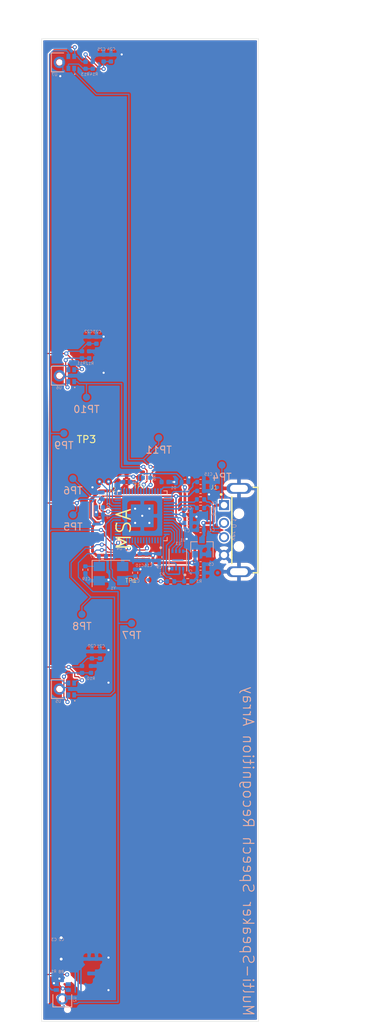
<source format=kicad_pcb>
(kicad_pcb (version 20211014) (generator pcbnew)
  (title_block (title "MSA") (rev "0.1") (comment 3 "Fork of: Mico, Electronut Labs") (comment 4 "Cayden Pierce"))
  (layers (0 "F.Cu" signal) (31 "B.Cu" signal) (34 "B.Paste" user) (35 "F.Paste" user) (36 "B.SilkS" user "B.Silkscreen") (37 "F.SilkS" user "F.Silkscreen") (38 "B.Mask" user) (39 "F.Mask" user) (44 "Edge.Cuts" user))
  (net 0 "")
  (net 1 "VBUS")
  (net 2 "GND")
  (net 3 "+3V3")
  (net 4 "+1V1")
  (net 5 "/XIN")
  (net 6 "Net-(C19-Pad2)")
  (net 7 "Net-(D1-Pad2)")
  (net 8 "/SWDCLK")
  (net 9 "/SWDIO")
  (net 10 "/USB_BOOT")
  (net 11 "/QSPI_SS")
  (net 12 "/RED_LED")
  (net 13 "/XOUT")
  (net 14 "/RP_RUN")
  (net 15 "/MIC_CLK")
  (net 16 "/QSPI_SD1")
  (net 17 "/QSPI_SD2")
  (net 18 "/QSPI_SD0")
  (net 19 "/QSPI_SCLK")
  (net 20 "/QSPI_SD3")
  (net 21 "/USB-D_N")
  (net 22 "/USB-D_P")
  (net 23 "/USB0-D_N")
  (net 24 "/USB0-D_P")
  (net 25 "/MIC_DOUT_0")
  (net 26 "Net-(U4-Pad41)")
  (net 27 "Net-(U4-Pad40)")
  (net 28 "Net-(U4-Pad39)")
  (net 29 "Net-(U4-Pad38)")
  (net 30 "Net-(U4-Pad35)")
  (net 31 "Net-(U4-Pad32)")
  (net 32 "Net-(U4-Pad31)")
  (net 33 "Net-(U4-Pad30)")
  (net 34 "Net-(U4-Pad29)")
  (net 35 "Net-(U4-Pad12)")
  (net 36 "Net-(U4-Pad11)")
  (net 37 "Net-(U4-Pad9)")
  (net 38 "/MIC_DOUT_3")
  (net 39 "/MIC_DOUT_2")
  (net 40 "/MIC_DOUT_1")
  (net 41 "Net-(U4-Pad3)")
  (net 42 "Net-(U4-Pad2)")
  (net 43 "Net-(U4-Pad28)")
  (net 44 "Net-(U4-Pad27)")
  (net 45 "Net-(U4-Pad18)")
  (net 46 "Net-(U4-Pad17)")
  (net 47 "Net-(U4-Pad16)")
  (net 48 "Net-(U4-Pad15)")
  (net 49 "Net-(R1-Pad2)")
  (net 50 "Net-(R10-Pad1)")
  (net 51 "Net-(R11-Pad2)")
  (net 52 "Net-(R13-Pad2)")
  (net 53 "Net-(U4-Pad8)")
  (net 54 "Net-(U4-Pad7)")
  (net 55 "Net-(U4-Pad5)")
  (net 56 "Net-(U4-Pad4)")
  (footprint "mico:SMD_1x04_P1.27mm" (layer "F.Cu") (at 128.2 105.2 -90)
    (fp_text reference "J2")
    (fp_text value "SWD Prog")
  )
  (footprint "mico:SMD_1x01_P1.27mm" (layer "F.Cu") (at 130.048 104.648 -90)
    (fp_text reference "TP2")
    (fp_text value "TestPoint")
  )
  (footprint "mico:SMD_1x02_P1.27mm" (layer "F.Cu") (at 130.4 119 90)
    (fp_text reference "TP1")
    (fp_text value "TestPoint_2Pole")
  )
  (footprint "mico:USB-A" (layer "F.Cu") (at 144 112 90)
    (fp_text reference "J1")
    (fp_text value "USB_A")
  )
  (footprint "mico:SMD_1x01_P1.27mm" (layer "F.Cu") (at 122.555 100.965)
    (fp_text reference "TP3")
    (fp_text value "TestPoint")
  )
  (footprint "mico:QFN40P700X700X90-57N" (layer "B.Cu") (at 130.4 110 90)
    (fp_text reference "U4")
    (fp_text value "RP2040")
  )
  (footprint "Package_TO_SOT_SMD:SOT-23" (layer "B.Cu") (at 138.8 114.4 90)
    (fp_text reference "U1")
    (fp_text value "MCP1702")
  )
  (footprint "Capacitor_SMD:C_0402_1005Metric" (layer "B.Cu") (at 138.6 116.8)
    (fp_text reference "C5")
    (fp_text value "10uF")
  )
  (footprint "Resistor_SMD:R_0402_1005Metric" (layer "B.Cu") (at 134.4 119.2 180)
    (fp_text reference "R2")
    (fp_text value "1K")
  )
  (footprint "Capacitor_SMD:C_0402_1005Metric" (layer "B.Cu") (at 136.8 109.9)
    (fp_text reference "C14")
    (fp_text value "0.1uF")
  )
  (footprint "Capacitor_SMD:C_0402_1005Metric" (layer "B.Cu") (at 131 115.8 -90)
    (fp_text reference "C16")
    (fp_text value "0.1uF")
  )
  (footprint "Capacitor_SMD:C_0402_1005Metric" (layer "B.Cu") (at 136.8 111)
    (fp_text reference "C7")
    (fp_text value "0.1uF")
  )
  (footprint "mico:PSON50P300X200X60-9N" (layer "B.Cu") (at 135.4 116.2 90)
    (fp_text reference "U3")
    (fp_text value "W25Q128JV")
  )
  (footprint "Crystal:Crystal_SMD_5032-4Pin_5.0x3.2mm" (layer "B.Cu") (at 126 118.11)
    (fp_text reference "Y1")
    (fp_text value "H130B-12.000-20-3050-EXT-TR")
  )
  (footprint "Capacitor_SMD:C_0402_1005Metric" (layer "B.Cu") (at 136.4 105.25)
    (fp_text reference "C13")
    (fp_text value "0.1uF")
  )
  (footprint "Capacitor_SMD:C_0402_1005Metric" (layer "B.Cu") (at 124.8 107.2 90)
    (fp_text reference "C8")
    (fp_text value "1uF")
  )
  (footprint "Capacitor_SMD:C_0402_1005Metric" (layer "B.Cu") (at 138.6 112 180)
    (fp_text reference "C1")
    (fp_text value "10uF")
  )
  (footprint "Capacitor_SMD:C_0402_1005Metric" (layer "B.Cu") (at 128.2 105.25 180)
    (fp_text reference "C12")
    (fp_text value "0.1uF")
  )
  (footprint "Resistor_SMD:R_0402_1005Metric" (layer "B.Cu") (at 124.8 115.697 180)
    (fp_text reference "R7")
    (fp_text value "1K")
  )
  (footprint "Capacitor_SMD:C_0402_1005Metric" (layer "B.Cu") (at 124.4 108.8 180)
    (fp_text reference "C11")
    (fp_text value "0.1uF")
  )
  (footprint "Capacitor_SMD:C_0402_1005Metric" (layer "B.Cu") (at 132.8 115.8 -90)
    (fp_text reference "C9")
    (fp_text value "1uF")
  )
  (footprint "Capacitor_SMD:C_0402_1005Metric" (layer "B.Cu") (at 138.6 106.5)
    (fp_text reference "C6")
    (fp_text value "0.1uF")
  )
  (footprint "Resistor_SMD:R_0402_1005Metric" (layer "B.Cu") (at 136.8 119.2 180)
    (fp_text reference "R3")
    (fp_text value "10K")
  )
  (footprint "Capacitor_SMD:C_0402_1005Metric" (layer "B.Cu") (at 130.048 115.8 -90)
    (fp_text reference "C10")
    (fp_text value "0.1uF")
  )
  (footprint "Capacitor_SMD:C_0402_1005Metric" (layer "B.Cu") (at 124.4 109.8 180)
    (fp_text reference "C17")
    (fp_text value "10uF")
  )
  (footprint "Resistor_SMD:R_0402_1005Metric" (layer "B.Cu") (at 131 104.648 180)
    (fp_text reference "R6")
    (fp_text value "470R")
  )
  (footprint "Capacitor_SMD:C_0402_1005Metric" (layer "B.Cu") (at 138.6 118)
    (fp_text reference "C4")
    (fp_text value "0.1uF")
  )
  (footprint "Fiducial:Fiducial_0.5mm_Mask1mm" (layer "B.Cu") (at 140.97 106)
    (fp_text reference "FID2")
    (fp_text value "Fiducial")
  )
  (footprint "Fiducial:Fiducial_0.5mm_Mask1mm" (layer "B.Cu") (at 131.2 119)
    (fp_text reference "FID3")
    (fp_text value "Fiducial")
  )
  (footprint "Fiducial:Fiducial_0.5mm_Mask1mm" (layer "B.Cu") (at 141 118)
    (fp_text reference "FID1")
    (fp_text value "Fiducial")
  )
  (footprint "Capacitor_SMD:C_0402_1005Metric" (layer "B.Cu") (at 129.4 118 -90)
    (fp_text reference "C18")
    (fp_text value "27pF")
  )
  (footprint "Capacitor_SMD:C_0402_1005Metric" (layer "B.Cu") (at 122.4 117.574 90)
    (fp_text reference "C19")
    (fp_text value "27pF")
  )
  (footprint "LED_SMD:LED_0402_1005Metric" (layer "B.Cu") (at 133.6 105.25 180)
    (fp_text reference "D1")
    (fp_text value "APA3010SECK")
  )
  (footprint "Resistor_SMD:R_0402_1005Metric" (layer "B.Cu") (at 138.6 107.7)
    (fp_text reference "R5")
    (fp_text value "27R")
  )
  (footprint "Resistor_SMD:R_0402_1005Metric" (layer "B.Cu") (at 138.6 108.9)
    (fp_text reference "R4")
    (fp_text value "27R")
  )
  (footprint "Capacitor_SMD:C_0402_1005Metric" (layer "B.Cu") (at 138.6 105.25)
    (fp_text reference "C15")
    (fp_text value "0.1uF")
  )
  (footprint "Capacitor_SMD:C_0402_1005Metric" (layer "B.Cu") (at 119 170.703 -90)
    (fp_text reference "C2")
    (fp_text value "0.1uF")
  )
  (footprint "Capacitor_SMD:C_0402_1005Metric" (layer "B.Cu") (at 117.984 170.703 -90)
    (fp_text reference "C3")
    (fp_text value "1uF")
  )
  (footprint "Capacitor_SMD:C_0402_1005Metric" (layer "B.Cu") (at 123.317 129.54 -90)
    (fp_text reference "C20")
    (fp_text value "0.1uF")
  )
  (footprint "Capacitor_SMD:C_0402_1005Metric" (layer "B.Cu") (at 124.46 129.54 -90)
    (fp_text reference "C21")
    (fp_text value "1uF")
  )
  (footprint "Capacitor_SMD:C_0402_1005Metric" (layer "B.Cu") (at 122.936 85.344 -90)
    (fp_text reference "C22")
    (fp_text value "0.1uF")
  )
  (footprint "Capacitor_SMD:C_0402_1005Metric" (layer "B.Cu") (at 123.952 85.344 -90)
    (fp_text reference "C23")
    (fp_text value "1uF")
  )
  (footprint "Capacitor_SMD:C_0402_1005Metric" (layer "B.Cu") (at 125.984 45.72 -90)
    (fp_text reference "C24")
    (fp_text value "0.1uF")
  )
  (footprint "Capacitor_SMD:C_0402_1005Metric" (layer "B.Cu") (at 124.968 45.72 -90)
    (fp_text reference "C25")
    (fp_text value "1uF")
  )
  (footprint "Resistor_SMD:R_0402_1005Metric" (layer "B.Cu") (at 117.984 172.735 -90)
    (fp_text reference "R1")
    (fp_text value "10K")
  )
  (footprint "Resistor_SMD:R_0402_1005Metric" (layer "B.Cu") (at 119 172.735 90)
    (fp_text reference "R8")
    (fp_text value "10K")
  )
  (footprint "Resistor_SMD:R_0402_1005Metric" (layer "B.Cu") (at 121.92 131.572 -90)
    (fp_text reference "R9")
    (fp_text value "10K")
  )
  (footprint "Resistor_SMD:R_0402_1005Metric" (layer "B.Cu") (at 123.19 131.572 90)
    (fp_text reference "R10")
    (fp_text value "10K")
  )
  (footprint "Resistor_SMD:R_0402_1005Metric" (layer "B.Cu") (at 121.92 87.376 -90)
    (fp_text reference "R11")
    (fp_text value "10K")
  )
  (footprint "Resistor_SMD:R_0402_1005Metric" (layer "B.Cu") (at 122.936 87.376 90)
    (fp_text reference "R12")
    (fp_text value "10K")
  )
  (footprint "Resistor_SMD:R_0402_1005Metric" (layer "B.Cu") (at 123.444 46.736 90)
    (fp_text reference "R14")
    (fp_text value "10K")
  )
  (footprint "mico:MIC_SPH0641LU4H-1" (layer "B.Cu") (at 119.1545 177.84 180)
    (fp_text reference "U2")
    (fp_text value "MP23DB01HPTR")
  )
  (footprint "mico:MIC_SPH0641LU4H-1" (layer "B.Cu") (at 118.75 134.325 90)
    (fp_text reference "U5")
    (fp_text value "MP23DB01HPTR")
  )
  (footprint "mico:MIC_SPH0641LU4H-1" (layer "B.Cu") (at 118.75 90.325 90)
    (fp_text reference "U6")
    (fp_text value "MP23DB01HPTR")
  )
  (footprint "mico:MIC_SPH0641LU4H-1" (layer "B.Cu") (at 118.75 46.325 90)
    (fp_text reference "U7")
    (fp_text value "MP23DB01HPTR")
  )
  (footprint "Resistor_SMD:R_0402_1005Metric" (layer "B.Cu") (at 122.428 46.736 -90)
    (fp_text reference "R13")
    (fp_text value "10K")
  )
  (footprint "mico:SMD_1x01_P1.27mm" (layer "B.Cu") (at 141.605 102.87)
    (fp_text reference "TP4")
    (fp_text value "TestPoint")
  )
  (footprint "mico:SMD_1x01_P1.27mm" (layer "B.Cu") (at 120.65 109.855)
    (fp_text reference "TP5")
    (fp_text value "TestPoint")
  )
  (footprint "mico:SMD_1x01_P1.27mm" (layer "B.Cu") (at 120.65 104.775)
    (fp_text reference "TP6")
    (fp_text value "TestPoint")
  )
  (footprint "mico:SMD_1x01_P1.27mm" (layer "B.Cu") (at 128.905 125.095)
    (fp_text reference "TP7")
    (fp_text value "TestPoint")
  )
  (footprint "mico:SMD_1x01_P1.27mm" (layer "B.Cu") (at 121.92 123.825)
    (fp_text reference "TP8")
    (fp_text value "TestPoint")
  )
  (footprint "mico:SMD_1x01_P1.27mm" (layer "B.Cu") (at 119.38 98.425)
    (fp_text reference "TP9")
    (fp_text value "TestPoint")
  )
  (footprint "mico:SMD_1x01_P1.27mm" (layer "B.Cu") (at 122.555 93.345)
    (fp_text reference "TP10")
    (fp_text value "TestPoint")
  )
  (footprint "mico:SMD_1x01_P1.27mm" (layer "B.Cu") (at 132.715 99.06)
    (fp_text reference "TP11")
    (fp_text value "TestPoint")
  )
  (gr_line (start 146.75 181) (end 146.75 43) (layer "Edge.Cuts") (width 0.05))
  (gr_line (start 116.25 181) (end 116.25 43) (layer "Edge.Cuts") (width 0.05))
  (gr_line (start 146.75 181) (end 116.25 181) (layer "Edge.Cuts") (width 0.05))
  (gr_line (start 146.75 43) (end 116.25 43) (layer "Edge.Cuts") (width 0.05))
  (gr_text "Multi-Speaker Speech Recognition Array" (at 145.3 157.1 -90) (layer "B.SilkS") (effects (font (size 1.5 1.5)) (justify mirror)))
  (gr_text "ver 0.1" (at 143.3 111.9 -90) (layer "B.SilkS") (effects (font (size 0.6 0.6) (thickness 0.06)) (justify mirror)))
  (gr_text "MSA" (at 127.8 111.9 90) (layer "F.SilkS") (effects (font (size 2 2) (thickness 0.2))))
  (segment (start 121.78 176.98) (end 121.78 173.58) (width 0.2) (layer "B.Cu") (net 0))
  (segment (start 120.98 176.88) (end 120.98 173.63) (width 0.2) (layer "B.Cu") (net 0))
  (segment (start 121.38 176.78) (end 121.38 173.58) (width 0.2) (layer "B.Cu") (net 0))
  (segment (start 139 111) (end 140.2 111) (width 0.4) (layer "F.Cu") (net 1))
  (segment (start 140.7 108.5) (end 141.9 108.5) (width 0.4) (layer "F.Cu") (net 1))
  (segment (start 140.2 111) (end 140.4 110.8) (width 0.4) (layer "F.Cu") (net 1))
  (segment (start 140.4 110.8) (end 140.4 108.8) (width 0.4) (layer "F.Cu") (net 1))
  (segment (start 140.4 108.8) (end 140.7 108.5) (width 0.4) (layer "F.Cu") (net 1))
  (via (at 139 111) (size 0.6) (drill 0.3) (layers "F.Cu" "B.Cu") (net 1))
  (segment (start 138.8 113) (end 139.08 112.72) (width 0.4) (layer "B.Cu") (net 1))
  (segment (start 139.08 112.72) (end 139.08 112) (width 0.4) (layer "B.Cu") (net 1))
  (segment (start 139.08 111.08) (end 139 111) (width 0.4) (layer "B.Cu") (net 1))
  (segment (start 139.08 112) (end 139.08 111.08) (width 0.4) (layer "B.Cu") (net 1))
  (segment (start 141.605 102.87) (end 141.605 108.205) (width 0.16) (layer "B.Cu") (net 1))
  (segment (start 138.8 113.4) (end 138.8 113) (width 0.4) (layer "B.Cu") (net 1))
  (segment (start 141.605 108.205) (end 141.9 108.5) (width 0.16) (layer "B.Cu") (net 1))
  (segment (start 125.65 128.858) (end 125.65 133.43) (width 0.4) (layer "F.Cu") (net 2))
  (segment (start 125.65 133.43) (end 125.65 172.038) (width 0.4) (layer "F.Cu") (net 2))
  (segment (start 125.65 172.038) (end 125.65 176.61) (width 0.4) (layer "F.Cu") (net 2))
  (segment (start 125.65 176.61) (end 125.65 178.642) (width 0.4) (layer "F.Cu") (net 2))
  (segment (start 124.968 85.344) (end 124.968 84.836) (width 0.4) (layer "F.Cu") (net 2))
  (segment (start 124.968 89.916) (end 124.968 85.344) (width 0.4) (layer "F.Cu") (net 2))
  (segment (start 124.968 88.392) (end 124.968 48.26) (width 0.4) (layer "F.Cu") (net 2))
  (segment (start 127.508 45.212) (end 127.508 44.704) (width 0.4) (layer "F.Cu") (net 2))
  (segment (start 118.872 48.26) (end 118.872 48.26) (width 0.16) (layer "F.Cu") (net 2))
  (segment (start 130.65 113.5) (end 128.74 113.5) (width 0.4) (layer "F.Cu") (net 2))
  (segment (start 139.675 110.125) (end 139.8 110) (width 0.4) (layer "F.Cu") (net 2))
  (segment (start 134.9 105.25) (end 134.9 105) (width 0.4) (layer "F.Cu") (net 2))
  (segment (start 137 104.6) (end 139.2 104.6) (width 0.4) (layer "F.Cu") (net 2))
  (segment (start 125.9 111) (end 125.9 113) (width 0.4) (layer "F.Cu") (net 2))
  (segment (start 122.555 100.965) (end 124.625 100.965) (width 0.16) (layer "F.Cu") (net 2))
  (segment (start 124.968 101.308) (end 124.968 89.916) (width 0.4) (layer "F.Cu") (net 2))
  (segment (start 137 104.6) (end 135.3 104.6) (width 0.4) (layer "F.Cu") (net 2))
  (segment (start 128.24 113) (end 125.9 113) (width 0.4) (layer "F.Cu") (net 2))
  (segment (start 119 169.25) (end 119 172.25) (width 0.16) (layer "F.Cu") (net 2))
  (segment (start 139.2 104.6) (end 139.8 105.2) (width 0.4) (layer "F.Cu") (net 2))
  (segment (start 130.15 118.75) (end 130.4 119) (width 0.4) (layer "F.Cu") (net 2))
  (segment (start 128.2 105.45) (end 127.154968 106.495032) (width 0.4) (layer "F.Cu") (net 2))
  (segment (start 119.888 48.26) (end 118.872 48.26) (width 0.16) (layer "F.Cu") (net 2))
  (segment (start 124.968 48.26) (end 119.888 48.26) (width 0.16) (layer "F.Cu") (net 2))
  (segment (start 124.968 103.124) (end 123.4 104.692) (width 0.4) (layer "F.Cu") (net 2))
  (segment (start 130.25 117.4) (end 130.15 117.5) (width 0.4) (layer "F.Cu") (net 2))
  (segment (start 139.8 110) (end 139.8 107.8) (width 0.4) (layer "F.Cu") (net 2))
  (segment (start 124.3 110.2) (end 125.1 110.2) (width 0.4) (layer "F.Cu") (net 2))
  (segment (start 124.625 100.965) (end 124.968 101.308) (width 0.16) (layer "F.Cu") (net 2))
  (segment (start 128.2 105.2) (end 128.2 105.45) (width 0.4) (layer "F.Cu") (net 2))
  (segment (start 127.508 47.244) (end 127.508 45.212) (width 0.4) (layer "F.Cu") (net 2))
  (segment (start 134.2 117.4) (end 130.25 117.4) (width 0.4) (layer "F.Cu") (net 2))
  (segment (start 128.74 113.5) (end 128.24 113) (width 0.4) (layer "F.Cu") (net 2))
  (segment (start 139.8 107.8) (end 139.8 107) (width 0.4) (layer "F.Cu") (net 2))
  (segment (start 135.3 104.6) (end 135.15 104.75) (width 0.4) (layer "F.Cu") (net 2))
  (segment (start 124.968 101.308) (end 124.968 103.124) (width 0.4) (layer "F.Cu") (net 2))
  (segment (start 136.4 113.5) (end 136.65 113.25) (width 0.4) (layer "F.Cu") (net 2))
  (segment (start 134.9 105) (end 135.15 104.75) (width 0.4) (layer "F.Cu") (net 2))
  (segment (start 130.4 119) (end 125.65 119) (width 0.4) (layer "F.Cu") (net 2))
  (segment (start 123.4 104.692) (end 123.4 106) (width 0.4) (layer "F.Cu") (net 2))
  (segment (start 130.15 117.5) (end 130.15 118.75) (width 0.4) (layer "F.Cu") (net 2))
  (segment (start 139.8 105.2) (end 139.8 107) (width 0.4) (layer "F.Cu") (net 2))
  (segment (start 124.968 48.26) (end 126.492 48.26) (width 0.4) (layer "F.Cu") (net 2))
  (segment (start 130.65 113.5) (end 130.9 113.5) (width 0.4) (layer "F.Cu") (net 2))
  (segment (start 123.92 109.82) (end 124.3 110.2) (width 0.4) (layer "F.Cu") (net 2))
  (segment (start 123.92 109.48) (end 123.92 109.82) (width 0.4) (layer "F.Cu") (net 2))
  (segment (start 127.154968 106.495032) (end 127.102507 106.495032) (width 0.4) (layer "F.Cu") (net 2))
  (segment (start 130.9 113.5) (end 136.4 113.5) (width 0.4) (layer "F.Cu") (net 2))
  (segment (start 138.025 110.125) (end 139.675 110.125) (width 0.4) (layer "F.Cu") (net 2))
  (segment (start 126.492 48.26) (end 127.508 47.244) (width 0.4) (layer "F.Cu") (net 2))
  (segment (start 125.1 110.2) (end 125.9 111) (width 0.4) (layer "F.Cu") (net 2))
  (segment (start 125.65 119) (end 125.65 128.858) (width 0.4) (layer "F.Cu") (net 2))
  (segment (start 128.2 105.2) (end 128.2 105.55) (width 0.4) (layer "F.Cu") (net 2))
  (via (at 125.65 119) (size 0.6) (drill 0.3) (layers "F.Cu" "B.Cu") (net 2))
  (via (at 136.65 113.25) (size 0.6) (drill 0.3) (layers "F.Cu" "B.Cu") (net 2))
  (via (at 125.65 176.61) (size 0.6) (drill 0.3) (layers "F.Cu" "B.Cu") (net 2))
  (via (at 131.4 109) (size 0.6) (drill 0.3) (layers "F.Cu" "B.Cu") (net 2))
  (via (at 127.508 45.212) (size 0.6) (drill 0.3) (layers "F.Cu" "B.Cu") (net 2))
  (via (at 131.4 111) (size 0.6) (drill 0.3) (layers "F.Cu" "B.Cu") (net 2))
  (via (at 134.2 117.4) (size 0.6) (drill 0.3) (layers "F.Cu" "B.Cu") (net 2))
  (via (at 123.4 106) (size 0.6) (drill 0.3) (layers "F.Cu" "B.Cu") (net 2))
  (via (at 130.15 117.5) (size 0.6) (drill 0.3) (layers "F.Cu" "B.Cu") (net 2))
  (via (at 139.8 107) (size 0.6) (drill 0.3) (layers "F.Cu" "B.Cu") (net 2))
  (via (at 129.4 109) (size 0.6) (drill 0.3) (layers "F.Cu" "B.Cu") (net 2))
  (via (at 123.92 109.48) (size 0.6) (drill 0.3) (layers "F.Cu" "B.Cu") (net 2))
  (via (at 125.65 172.038) (size 0.6) (drill 0.3) (layers "F.Cu" "B.Cu") (net 2))
  (via (at 119 169.25) (size 0.6) (drill 0.4) (layers "F.Cu" "B.Cu") (net 2))
  (via (at 129.4 111) (size 0.6) (drill 0.3) (layers "F.Cu" "B.Cu") (net 2))
  (via (at 125.65 133.43) (size 0.6) (drill 0.3) (layers "F.Cu" "B.Cu") (net 2))
  (via (at 130.4 110) (size 0.6) (drill 0.3) (layers "F.Cu" "B.Cu") (net 2))
  (via (at 118.872 48.26) (size 0.6) (drill 0.3) (layers "F.Cu" "B.Cu") (net 2))
  (via (at 125.65 128.858) (size 0.6) (drill 0.3) (layers "F.Cu" "B.Cu") (net 2))
  (via (at 134.9 105.25) (size 0.6) (drill 0.3) (layers "F.Cu" "B.Cu") (net 2))
  (via (at 124.968 84.836) (size 0.6) (drill 0.3) (layers "F.Cu" "B.Cu") (net 2))
  (via (at 119 172.25) (size 0.6) (drill 0.4) (layers "F.Cu" "B.Cu") (net 2))
  (via (at 127.102507 106.495032) (size 0.6) (drill 0.3) (layers "F.Cu" "B.Cu") (net 2))
  (via (at 138.025 110.125) (size 0.6) (drill 0.3) (layers "F.Cu" "B.Cu") (net 2))
  (via (at 124.968 89.916) (size 0.6) (drill 0.3) (layers "F.Cu" "B.Cu") (net 2))
  (via (at 137 104.6) (size 0.6) (drill 0.3) (layers "F.Cu" "B.Cu") (net 2))
  (segment (start 138.025 110.125) (end 137.9 110) (width 0.4) (layer "B.Cu") (net 2))
  (segment (start 119.004071 89.862749) (end 118.956499 89.862749) (width 0.16) (layer "B.Cu") (net 2))
  (segment (start 123.975 84.836) (end 123.952 84.859) (width 0.16) (layer "B.Cu") (net 2))
  (segment (start 119.197 170.021) (end 119 170.218) (width 0.16) (layer "B.Cu") (net 2))
  (segment (start 126.965 111) (end 129.4 111) (width 0.2) (layer "B.Cu") (net 2))
  (segment (start 122.4 118.054) (end 122.4 118.334) (width 0.4) (layer "B.Cu") (net 2))
  (segment (start 139.8 107) (end 139.8 106.6) (width 0.4) (layer "B.Cu") (net 2))
  (segment (start 125.65 132.762) (end 123.975 131.087) (width 0.16) (layer "B.Cu") (net 2))
  (segment (start 124.634 176.61) (end 123.816249 177.427751) (width 0.16) (layer "B.Cu") (net 2))
  (segment (start 119.234001 47.897999) (end 119.234001 45.671948) (width 0.16) (layer "B.Cu") (net 2))
  (segment (start 123.92 108.8) (end 123.92 109.48) (width 0.4) (layer "B.Cu") (net 2))
  (segment (start 139.08 106.5) (end 139.7 106.5) (width 0.4) (layer "B.Cu") (net 2))
  (segment (start 134.22 117.42) (end 134.2 117.4) (width 0.16) (layer "B.Cu") (net 2))
  (segment (start 130.13 117.52) (end 130.15 117.5) (width 0.4) (layer "B.Cu") (net 2))
  (segment (start 134.65 117.42) (end 134.22 117.42) (width 0.16) (layer "B.Cu") (net 2))
  (segment (start 132.8 116.28) (end 131 116.28) (width 0.4) (layer "B.Cu") (net 2))
  (segment (start 124.165 45.235) (end 123.444 45.956) (width 0.16) (layer "B.Cu") (net 2))
  (segment (start 123.176 119.11) (end 123.39 119.11) (width 0.16) (layer "B.Cu") (net 2))
  (segment (start 127.65 116) (end 127.65 117.11) (width 0.4) (layer "B.Cu") (net 2))
  (segment (start 118.872 48.26) (end 119.234001 47.897999) (width 0.16) (layer "B.Cu") (net 2))
  (segment (start 123.256 86.891) (end 122.936 86.891) (width 0.16) (layer "B.Cu") (net 2))
  (segment (start 137.8 109.9) (end 138.025 110.125) (width 0.4) (layer "B.Cu") (net 2))
  (segment (start 125.65 128.858) (end 124.657 128.858) (width 0.16) (layer "B.Cu") (net 2))
  (segment (start 123.816249 177.427751) (end 119.541299 177.427751) (width 0.16) (layer "B.Cu") (net 2))
  (segment (start 123.444 45.956) (end 123.444 46.251) (width 0.16) (layer "B.Cu") (net 2))
  (segment (start 119 170.218) (end 119 169.25) (width 0.16) (layer "B.Cu") (net 2))
  (segment (start 119.565322 90.424) (end 119.004071 89.862749) (width 0.16) (layer "B.Cu") (net 2))
  (segment (start 137.28 111.2) (end 137.28 112.12) (width 0.4) (layer "B.Cu") (net 2))
  (segment (start 127.508 45.212) (end 126.007 45.212) (width 0.16) (layer "B.Cu") (net 2))
  (segment (start 126.007 45.212) (end 125.984 45.235) (width 0.16) (layer "B.Cu") (net 2))
  (segment (start 119.230803 45.66875) (end 118.7625 45.66875) (width 0.16) (layer "B.Cu") (net 2))
  (segment (start 123.39 119.11) (end 124.35 119.11) (width 0.4) (layer "B.Cu") (net 2))
  (segment (start 128.68 116.28) (end 129.4 116.28) (width 0.4) (layer "B.Cu") (net 2))
  (segment (start 128.4 116) (end 128.68 116.28) (width 0.4) (layer "B.Cu") (net 2))
  (segment (start 129.4 117.52) (end 130.13 117.52) (width 0.4) (layer "B.Cu") (net 2))
  (segment (start 125.65 119) (end 124.15 119) (width 0.4) (layer "B.Cu") (net 2))
  (segment (start 123.6 106.2) (end 123.4 106) (width 0.4) (layer "B.Cu") (net 2))
  (segment (start 127.72 105.25) (end 127.35 105.25) (width 0.4) (layer "B.Cu") (net 2))
  (segment (start 123.4 106) (end 124.12 106.72) (width 0.4) (layer "B.Cu") (net 2))
  (segment (start 119.234001 134.112) (end 119.234001 134.092679) (width 0.16) (layer "B.Cu") (net 2))
  (segment (start 124.968 88.603) (end 123.256 86.891) (width 0.16) (layer "B.Cu") (net 2))
  (segment (start 136.88 105.25) (end 136.88 104.72) (width 0.4) (layer "B.Cu") (net 2))
  (segment (start 125.65 133.43) (end 124.968 134.112) (width 0.16) (layer "B.Cu") (net 2))
  (segment (start 124.46 90.424) (end 119.565322 90.424) (width 0.16) (layer "B.Cu") (net 2))
  (segment (start 127.35 105.25) (end 127.102507 105.497493) (width 0.4) (layer "B.Cu") (net 2))
  (segment (start 136.65 112.75) (end 136.65 113.25) (width 0.4) (layer "B.Cu") (net 2))
  (segment (start 139.08 105.25) (end 139.08 106.5) (width 0.4) (layer "B.Cu") (net 2))
  (segment (start 136.88 104.72) (end 137 104.6) (width 0.4) (layer "B.Cu") (net 2))
  (segment (start 123.92 109.48) (end 123.92 109.8) (width 0.4) (layer "B.Cu") (net 2))
  (segment (start 124.968 89.916) (end 124.968 88.603) (width 0.16) (layer "B.Cu") (net 2))
  (segment (start 124.657 128.858) (end 124.46 129.055) (width 0.16) (layer "B.Cu") (net 2))
  (segment (start 137.28 112.12) (end 136.65 112.75) (width 0.4) (layer "B.Cu") (net 2))
  (segment (start 119.234001 45.671948) (end 119.230803 45.66875) (width 0.16) (layer "B.Cu") (net 2))
  (segment (start 125.65 133.43) (end 125.65 132.762) (width 0.16) (layer "B.Cu") (net 2))
  (segment (start 124.968 89.916) (end 124.46 90.424) (width 0.16) (layer "B.Cu") (net 2))
  (segment (start 122.4 118.334) (end 123.176 119.11) (width 0.4) (layer "B.Cu") (net 2))
  (segment (start 122.936 84.859) (end 123.952 84.859) (width 0.16) (layer "B.Cu") (net 2))
  (segment (start 117.984 170.218) (end 119 170.218) (width 0.16) (layer "B.Cu") (net 2))
  (segment (start 125.984 45.235) (end 124.968 45.235) (width 0.16) (layer "B.Cu") (net 2))
  (segment (start 127.65 116) (end 128.4 116) (width 0.4) (layer "B.Cu") (net 2))
  (segment (start 127.102507 105.497493) (end 127.102507 106.495032) (width 0.4) (layer "B.Cu") (net 2))
  (segment (start 124.46 129.055) (end 123.317 129.055) (width 0.16) (layer "B.Cu") (net 2))
  (segment (start 119.234001 134.092679) (end 119.062661 133.921339) (width 0.16) (layer "B.Cu") (net 2))
  (segment (start 123.975 131.087) (end 123.19 131.087) (width 0.16) (layer "B.Cu") (net 2))
  (segment (start 124.968 84.836) (end 123.975 84.836) (width 0.16) (layer "B.Cu") (net 2))
  (segment (start 137.28 109.9) (end 137.8 109.9) (width 0.4) (layer "B.Cu") (net 2))
  (segment (start 118.956499 89.862749) (end 118.7625 89.66875) (width 0.16) (layer "B.Cu") (net 2))
  (segment (start 129.4 111) (end 130.4 110) (width 0.2) (layer "B.Cu") (net 2))
  (segment (start 137.28 109.9) (end 137.28 111) (width 0.4) (layer "B.Cu") (net 2))
  (segment (start 124.968 45.235) (end 124.165 45.235) (width 0.16) (layer "B.Cu") (net 2))
  (segment (start 124.12 106.72) (end 124.8 106.72) (width 0.4) (layer "B.Cu") (net 2))
  (segment (start 139.7 106.5) (end 139.8 106.6) (width 0.4) (layer "B.Cu") (net 2))
  (segment (start 124.968 134.112) (end 119.234001 134.112) (width 0.16) (layer "B.Cu") (net 2))
  (segment (start 134.085 105.25) (end 134.9 105.25) (width 0.2) (layer "B.Cu") (net 2))
  (segment (start 129.4 116.28) (end 131 116.28) (width 0.4) (layer "B.Cu") (net 2))
  (segment (start 125.65 176.61) (end 124.634 176.61) (width 0.16) (layer "B.Cu") (net 2))
  (segment (start 120.05701 131.23301) (end 120.904 132.08) (width 0.16) (layer "F.Cu") (net 3))
  (segment (start 121.92 133.096) (end 121.92 133.096) (width 0.16) (layer "F.Cu") (net 3))
  (segment (start 121.92 89.408) (end 121.92 89.408) (width 0.16) (layer "F.Cu") (net 3))
  (segment (start 119.71899 87.20699) (end 119.71899 87.20699) (width 0.16) (layer "F.Cu") (net 3))
  (segment (start 120.904 44.196) (end 120.904 44.196) (width 0.16) (layer "F.Cu") (net 3))
  (segment (start 122.428 45.212) (end 122.428 45.212) (width 0.16) (layer "F.Cu") (net 3))
  (segment (start 119.71899 87.20699) (end 121.92 89.408) (width 0.16) (layer "F.Cu") (net 3))
  (segment (start 137.8 116.2) (end 137.4 116.6) (width 0.4) (layer "F.Cu") (net 3))
  (segment (start 117.94699 174.41301) (end 117.94699 175.59699) (width 0.16) (layer "F.Cu") (net 3))
  (segment (start 123.4 111.5) (end 123.4 115) (width 0.4) (layer "F.Cu") (net 3))
  (segment (start 117.00901 87.20699) (end 117.00901 45.212) (width 0.16) (layer "F.Cu") (net 3))
  (segment (start 132.2 116.6) (end 131.907866 116.307866) (width 0.4) (layer "F.Cu") (net 3))
  (segment (start 117.00901 174.41301) (end 117.94699 174.41301) (width 0.16) (layer "F.Cu") (net 3))
  (segment (start 135.6 116.6) (end 137.4 116.6) (width 0.4) (layer "F.Cu") (net 3))
  (segment (start 119.831332 174.41301) (end 119.831332 174.41301) (width 0.16) (layer "F.Cu") (net 3))
  (segment (start 123.15 110.25) (end 123.9 111) (width 0.4) (layer "F.Cu") (net 3))
  (segment (start 135.6 116.6) (end 132.2 116.6) (width 0.4) (layer "F.Cu") (net 3))
  (segment (start 120.904 132.08) (end 120.904 132.588) (width 0.16) (layer "F.Cu") (net 3))
  (segment (start 123.9 111) (end 123.4 111.5) (width 0.4) (layer "F.Cu") (net 3))
  (segment (start 117.00901 87.20699) (end 119.71899 87.20699) (width 0.16) (layer "F.Cu") (net 3))
  (segment (start 136.4 110.25) (end 136.4 111.8) (width 0.4) (layer "F.Cu") (net 3))
  (segment (start 121.412 132.588) (end 121.92 133.096) (width 0.16) (layer "F.Cu") (net 3))
  (segment (start 136.4 111.8) (end 137.8 113.2) (width 0.4) (layer "F.Cu") (net 3))
  (segment (start 124.968 47.244) (end 124.46 47.244) (width 0.16) (layer "F.Cu") (net 3))
  (segment (start 117.00901 45.04299) (end 117.856 44.196) (width 0.16) (layer "F.Cu") (net 3))
  (segment (start 120.05701 131.23301) (end 120.05701 131.23301) (width 0.16) (layer "F.Cu") (net 3))
  (segment (start 136.4 106) (end 136.4 109.25) (width 0.4) (layer "F.Cu") (net 3))
  (segment (start 126.93 105.2) (end 126.93 105.72) (width 0.4) (layer "F.Cu") (net 3))
  (segment (start 117.01301 108.2) (end 117.00901 108.204) (width 0.16) (layer "F.Cu") (net 3))
  (segment (start 126.93 105.72) (end 126.15 106.5) (width 0.4) (layer "F.Cu") (net 3))
  (segment (start 136.4 109.25) (end 135.9 109.75) (width 0.4) (layer "F.Cu") (net 3))
  (segment (start 121.2 108.2) (end 117.01301 108.2) (width 0.16) (layer "F.Cu") (net 3))
  (segment (start 120.904 132.588) (end 121.412 132.588) (width 0.16) (layer "F.Cu") (net 3))
  (segment (start 117.94699 175.59699) (end 117.98 175.63) (width 0.16) (layer "F.Cu") (net 3))
  (segment (start 117.01301 108.2) (end 117.01301 107.86901) (width 0.16) (layer "F.Cu") (net 3))
  (segment (start 117.00901 45.212) (end 117.00901 45.04299) (width 0.16) (layer "F.Cu") (net 3))
  (segment (start 131.907866 115.53933) (end 123.93933 115.53933) (width 0.4) (layer "F.Cu") (net 3))
  (segment (start 117.00901 131.23301) (end 117.00901 174.41301) (width 0.16) (layer "F.Cu") (net 3))
  (segment (start 124.46 47.244) (end 122.428 45.212) (width 0.16) (layer "F.Cu") (net 3))
  (segment (start 123.15 107.75) (end 123.15 110.25) (width 0.4) (layer "F.Cu") (net 3))
  (segment (start 117.00901 131.23301) (end 120.05701 131.23301) (width 0.16) (layer "F.Cu") (net 3))
  (segment (start 126.15 106.5) (end 124.4 106.5) (width 0.4) (layer "F.Cu") (net 3))
  (segment (start 137.8 113.2) (end 137.8 116.2) (width 0.4) (layer "F.Cu") (net 3))
  (segment (start 117.00901 108.204) (end 117.00901 131.23301) (width 0.16) (layer "F.Cu") (net 3))
  (segment (start 124.4 106.5) (end 123.15 107.75) (width 0.4) (layer "F.Cu") (net 3))
  (segment (start 124.65 111) (end 123.9 111) (width 0.4) (layer "F.Cu") (net 3))
  (segment (start 117.01301 107.86901) (end 117.00901 107.86501) (width 0.16) (layer "F.Cu") (net 3))
  (segment (start 117.00901 107.86501) (end 117.00901 87.20699) (width 0.16) (layer "F.Cu") (net 3))
  (segment (start 117.856 44.196) (end 120.904 44.196) (width 0.16) (layer "F.Cu") (net 3))
  (segment (start 117.94699 174.41301) (end 119.831332 174.41301) (width 0.16) (layer "F.Cu") (net 3))
  (segment (start 123.93933 115.53933) (end 123.4 115) (width 0.4) (layer "F.Cu") (net 3))
  (segment (start 131.907866 116.307866) (end 131.907866 115.53933) (width 0.4) (layer "F.Cu") (net 3))
  (segment (start 135.9 109.75) (end 136.4 110.25) (width 0.4) (layer "F.Cu") (net 3))
  (segment (start 117.00901 174.41301) (end 117.00901 178.308) (width 0.16) (layer "F.Cu") (net 3))
  (via (at 121.92 89.408) (size 0.6) (drill 0.3) (layers "F.Cu" "B.Cu") (net 3))
  (via (at 124.968 47.244) (size 0.6) (drill 0.3) (layers "F.Cu" "B.Cu") (net 3))
  (via (at 135.9 109.75) (size 0.6) (drill 0.3) (layers "F.Cu" "B.Cu") (net 3))
  (via (at 120.05701 131.23301) (size 0.6) (drill 0.3) (layers "F.Cu" "B.Cu") (net 3))
  (via (at 137.4 116.6) (size 0.6) (drill 0.3) (layers "F.Cu" "B.Cu") (net 3))
  (via (at 124.65 111) (size 0.6) (drill 0.3) (layers "F.Cu" "B.Cu") (net 3))
  (via (at 136.4 106) (size 0.6) (drill 0.3) (layers "F.Cu" "B.Cu") (net 3))
  (via (at 119.71899 87.20699) (size 0.6) (drill 0.3) (layers "F.Cu" "B.Cu") (net 3))
  (via (at 131.907866 115.53933) (size 0.6) (drill 0.3) (layers "F.Cu" "B.Cu") (net 3))
  (via (at 119.831332 174.41301) (size 0.6) (drill 0.3) (layers "F.Cu" "B.Cu") (net 3))
  (via (at 121.2 108.2) (size 0.6) (drill 0.3) (layers "F.Cu" "B.Cu") (net 3))
  (via (at 117.98 175.63) (size 0.6) (drill 0.3) (layers "F.Cu" "B.Cu") (net 3))
  (via (at 120.904 44.196) (size 0.6) (drill 0.3) (layers "F.Cu" "B.Cu") (net 3))
  (via (at 122.428 45.212) (size 0.6) (drill 0.3) (layers "F.Cu" "B.Cu") (net 3))
  (via (at 121.92 133.096) (size 0.6) (drill 0.3) (layers "F.Cu" "B.Cu") (net 3))
  (segment (start 121.2 108.2) (end 121.72 107.68) (width 0.2) (layer "B.Cu") (net 3))
  (segment (start 124.968 47.244) (end 124.968 47.244) (width 0.16) (layer "B.Cu") (net 3))
  (segment (start 134.4 107.8) (end 134.6 107.6) (width 0.16) (layer "B.Cu") (net 3))
  (segment (start 121.2 108.2) (end 121.2 109.305) (width 0.16) (layer "B.Cu") (net 3))
  (segment (start 129.9 105) (end 129.9 104.367856) (width 0.2) (layer "B.Cu") (net 3))
  (segment (start 135.92 105.25) (end 135.92 104.77) (width 0.2) (layer "B.Cu") (net 3))
  (segment (start 133.4 106) (end 133 106.4) (width 0.2) (layer "B.Cu") (net 3))
  (segment (start 137.4 116.6) (end 137.6 116.8) (width 0.4) (layer "B.Cu") (net 3))
  (segment (start 121.92 133.096) (end 121.2155 133.096) (width 0.16) (layer "B.Cu") (net 3))
  (segment (start 124.968 46.205) (end 124.968 47.244) (width 0.16) (layer "B.Cu") (net 3))
  (segment (start 121.412 45.6545) (end 121.245 45.4875) (width 0.16) (layer "B.Cu") (net 3))
  (segment (start 126.2 109.8) (end 126.965 109.8) (width 0.16) (layer "B.Cu") (net 3))
  (segment (start 135.92 105.48) (end 135.5 105.9) (width 0.2) (layer "B.Cu") (net 3))
  (segment (start 136.9 115.25) (end 136.63 114.98) (width 0.2) (layer "B.Cu") (net 3))
  (segment (start 118.181 175.63) (end 118.317 175.766) (width 0.16) (layer "B.Cu") (net 3))
  (segment (start 117.984 172.25) (end 117.984 171.188) (width 0.16) (layer "B.Cu") (net 3))
  (segment (start 135.4 106) (end 133.4 106) (width 0.2) (layer "B.Cu") (net 3))
  (segment (start 138.12 105.25) (end 137.75 105.25) (width 0.2) (layer "B.Cu") (net 3))
  (segment (start 129.9 104.367856) (end 130.193866 104.07399) (width 0.2) (layer "B.Cu") (net 3))
  (segment (start 136.63 114.98) (end 136.35 114.98) (width 0.2) (layer "B.Cu") (net 3))
  (segment (start 124.487747 111.162253) (end 124.65 111) (width 0.4) (layer "B.Cu") (net 3))
  (segment (start 134.6 107.2) (end 134.6 106.8) (width 0.16) (layer "B.Cu") (net 3))
  (segment (start 137.6 116.8) (end 138.12 116.8) (width 0.4) (layer "B.Cu") (net 3))
  (segment (start 123.5614 110.7614) (end 123.5614 111.162253) (width 0.2) (layer "B.Cu") (net 3))
  (segment (start 121.92 86.596) (end 121.92 86.891) (width 0.16) (layer "B.Cu") (net 3))
  (segment (start 132.8 115.32) (end 132.127196 115.32) (width 0.4) (layer "B.Cu") (net 3))
  (segment (start 122.687 130.025) (end 121.92 130.792) (width 0.16) (layer "B.Cu") (net 3))
  (segment (start 128.9 105.25) (end 128.68 105.25) (width 0.2) (layer "B.Cu") (net 3))
  (segment (start 133.835 109.4) (end 134.55 109.4) (width 0.2) (layer "B.Cu") (net 3))
  (segment (start 121.2 108.2) (end 121.2 108.2) (width 0.2) (layer "B.Cu") (net 3))
  (segment (start 136.15 110) (end 135.9 109.75) (width 0.2) (layer "B.Cu") (net 3))
  (segment (start 129.65 105.25) (end 129.9 105) (width 0.2) (layer "B.Cu") (net 3))
  (segment (start 134.4 107.4) (end 134.6 107.2) (width 0.16) (layer "B.Cu") (net 3))
  (segment (start 120.05798 86.868) (end 120.08098 86.891) (width 0.16) (layer "B.Cu") (net 3))
  (segment (start 123.317 130.025) (end 122.687 130.025) (width 0.16) (layer "B.Cu") (net 3))
  (segment (start 134.6 106.8) (end 134.8 106.6) (width 0.16) (layer "B.Cu") (net 3))
  (segment (start 123.6 107.8) (end 123.2 108.2) (width 0.2) (layer "B.Cu") (net 3))
  (segment (start 136.9 117.7) (end 136.9 117.1) (width 0.2) (layer "B.Cu") (net 3))
  (segment (start 121.92 89.408) (end 120.9035 89.408) (width 0.16) (layer "B.Cu") (net 3))
  (segment (start 135.2 109.8) (end 135.85 109.8) (width 0.2) (layer "B.Cu") (net 3))
  (segment (start 121.2155 133.096) (end 120.824 133.4875) (width 0.16) (layer "B.Cu") (net 3))
  (segment (start 135.5 105.9) (end 135.4 106) (width 0.2) (layer "B.Cu") (net 3))
  (segment (start 134.6 107.6) (end 134.6 107.2) (width 0.16) (layer "B.Cu") (net 3))
  (segment (start 125.984 46.205) (end 124.968 46.205) (width 0.16) (layer "B.Cu") (net 3))
  (segment (start 133 113.435) (end 133 115.12) (width 0.16) (layer "B.Cu") (net 3))
  (segment (start 134.55 109.4) (end 134.95 109.8) (width 0.2) (layer "B.Cu") (net 3))
  (segment (start 136.9 117.1) (end 136.9 116.5) (width 0.2) (layer "B.Cu") (net 3))
  (segment (start 129.4 113.435) (end 129.4 113.906) (width 0.16) (layer "B.Cu") (net 3))
  (segment (start 117.98 175.63) (end 118.181 175.63) (width 0.16) (layer "B.Cu") (net 3))
  (segment (start 135.24399 104.09399) (end 135.65 104.5) (width 0.2) (layer "B.Cu") (net 3))
  (segment (start 136.32 109.9) (end 136.05 109.9) (width 0.4) (layer "B.Cu") (net 3))
  (segment (start 130.048 115.32) (end 131 115.32) (width 0.4) (layer "B.Cu") (net 3))
  (segment (start 136.32 110) (end 136.15 110) (width 0.2) (layer "B.Cu") (net 3))
  (segment (start 120.05701 131.23301) (end 121.77399 131.23301) (width 0.16) (layer "B.Cu") (net 3))
  (segment (start 138.12 116.8) (end 138.12 116.52) (width 0.4) (layer "B.Cu") (net 3))
  (segment (start 121.2 109.305) (end 120.65 109.855) (width 0.16) (layer "B.Cu") (net 3))
  (segment (start 137.5 105.5) (end 137.5 105.9) (width 0.2) (layer "B.Cu") (net 3))
  (segment (start 137.6 119.2) (end 138.12 118.68) (width 0.4) (layer "B.Cu") (net 3))
  (segment (start 124.88 110) (end 125.4 110) (width 0.16) (layer "B.Cu") (net 3))
  (segment (start 133 115.12) (end 132.8 115.32) (width 0.16) (layer "B.Cu") (net 3))
  (segment (start 123.5614 111.162253) (end 124.487747 111.162253) (width 0.4) (layer "B.Cu") (net 3))
  (segment (start 137.75 105.25) (end 137.5 105.5) (width 0.2) (layer "B.Cu") (net 3))
  (segment (start 129.4 113.906) (end 130.048 114.554) (width 0.16) (layer "B.Cu") (net 3))
  (segment (start 134.95 109.8) (end 135.2 109.8) (width 0.2) (layer "B.Cu") (net 3))
  (segment (start 137.31 119.2) (end 137.6 119.2) (width 0.4) (layer "B.Cu") (net 3))
  (segment (start 122.616 85.829) (end 121.92 86.525) (width 0.16) (layer "B.Cu") (net 3))
  (segment (start 130.193866 104.07399) (end 135.22399 104.07399) (width 0.2) (layer "B.Cu") (net 3))
  (segment (start 135.92 105.52) (end 136.4 106) (width 0.2) (layer "B.Cu") (net 3))
  (segment (start 137.2 118) (end 136.9 117.7) (width 0.2) (layer "B.Cu") (net 3))
  (segment (start 124.88 110) (end 124.88 108.8) (width 0.16) (layer "B.Cu") (net 3))
  (segment (start 136.9 116.5) (end 136.9 115.25) (width 0.2) (layer "B.Cu") (net 3))
  (segment (start 119.71899 87.20699) (end 120.05798 86.868) (width 0.16) (layer "B.Cu") (net 3))
  (segment (start 117.83799 172.39601) (end 117.984 172.25) (width 0.16) (layer "B.Cu") (net 3))
  (segment (start 135.85 109.8) (end 135.9 109.75) (width 0.2) (layer "B.Cu") (net 3))
  (segment (start 136.8 106.6) (end 136.2 106.6) (width 0.2) (layer "B.Cu") (net 3))
  (segment (start 121.77399 131.23301) (end 121.92 131.087) (width 0.16) (layer "B.Cu") (net 3))
  (segment (start 124.88 110.77) (end 124.65 111) (width 0.4) (layer "B.Cu") (net 3))
  (segment (start 123.6 107.68) (end 123.6 107.8) (width 0.2) (layer "B.Cu") (net 3))
  (segment (start 123.2 108.2) (end 123.2 110.4) (width 0.2) (layer "B.Cu") (net 3))
  (segment (start 136.2 106.6) (end 135.6 106.6) (width 0.2) (layer "B.Cu") (net 3))
  (segment (start 126 110) (end 125.4 110) (width 0.16) (layer "B.Cu") (net 3))
  (segment (start 129.4 105.75) (end 128.9 105.25) (width 0.2) (layer "B.Cu") (net 3))
  (segment (start 120.08098 86.891) (end 121.92 86.891) (width 0.16) (layer "B.Cu") (net 3))
  (segment (start 135.92 104.77) (end 135.65 104.5) (width 0.2) (layer "B.Cu") (net 3))
  (segment (start 133 106.4) (end 133 106.565) (width 0.2) (layer "B.Cu") (net 3))
  (segment (start 121.412 45.72) (end 121.412 45.6545) (width 0.16) (layer "B.Cu") (net 3))
  (segment (start 120.9035 89.408) (end 120.824 89.4875) (width 0.16) (layer "B.Cu") (net 3))
  (segment (start 137.85 116.25) (end 137.85 115.4) (width 0.4) (layer "B.Cu") (net 3))
  (segment (start 125.08 110) (end 125.4 110) (width 0.16) (layer "B.Cu") (net 3))
  (segment (start 138.12 118) (end 137.2 118) (width 0.2) (layer "B.Cu") (net 3))
  (segment (start 121.92 130.792) (end 121.92 131.087) (width 0.16) (layer "B.Cu") (net 3))
  (segment (start 122.428 45.212) (end 122.428 46.251) (width 0.16) (layer "B.Cu") (net 3))
  (segment (start 128.68 105.25) (end 129.65 105.25) (width 0.2) (layer "B.Cu") (net 3))
  (segment (start 120.904 44.196) (end 120.904 45.4075) (width 0.16) (layer "B.Cu") (net 3))
  (segment (start 135.92 105.25) (end 135.92 105.52) (width 0.2) (layer "B.Cu") (net 3))
  (segment (start 136.15 114.98) (end 136.63 114.98) (width 0.2) (layer "B.Cu") (net 3))
  (segment (start 138.12 118.68) (end 138.12 118) (width 0.4) (layer "B.Cu") (net 3))
  (segment (start 136.4 106) (end 136.4 106.4) (width 0.2) (layer "B.Cu") (net 3))
  (segment (start 135.92 105.25) (end 135.92 105.48) (width 0.2) (layer "B.Cu") (net 3))
  (segment (start 134.8 106.6) (end 135.6 106.6) (width 0.16) (layer "B.Cu") (net 3))
  (segment (start 129.4 106.565) (end 129.4 105.75) (width 0.2) (layer "B.Cu") (net 3))
  (segment (start 121.943 46.251) (end 121.412 45.72) (width 0.16) (layer "B.Cu") (net 3))
  (segment (start 136.4 106.4) (end 136.2 106.6) (width 0.2) (layer "B.Cu") (net 3))
  (segment (start 138.12 116.52) (end 137.85 116.25) (width 0.4) (layer "B.Cu") (net 3))
  (segment (start 122.936 85.829) (end 123.952 85.829) (width 0.16) (layer "B.Cu") (net 3))
  (segment (start 121.72 107.68) (end 122.4 107.68) (width 0.2) (layer "B.Cu") (net 3))
  (segment (start 132.127196 115.32) (end 131.907866 115.53933) (width 0.4) (layer "B.Cu") (net 3))
  (segment (start 130.048 114.554) (end 130.048 115.32) (width 0.16) (layer "B.Cu") (net 3))
  (segment (start 137.5 105.9) (end 136.8 106.6) (width 0.2) (layer "B.Cu") (net 3))
  (segment (start 135.22399 104.07399) (end 135.24399 104.09399) (width 0.2) (layer "B.Cu") (net 3))
  (segment (start 131.688536 115.32) (end 131.907866 115.53933) (width 0.4) (layer "B.Cu") (net 3))
  (segment (start 117.984 171.188) (end 119 171.188) (width 0.16) (layer "B.Cu") (net 3))
  (segment (start 124.88 110) (end 124.88 110.77) (width 0.4) (layer "B.Cu") (net 3))
  (segment (start 122.4 107.68) (end 123.6 107.68) (width 0.2) (layer "B.Cu") (net 3))
  (segment (start 131 115.32) (end 131.688536 115.32) (width 0.4) (layer "B.Cu") (net 3))
  (segment (start 124.46 130.025) (end 123.317 130.025) (width 0.16) (layer "B.Cu") (net 3))
  (segment (start 123.2 110.4) (end 123.5614 110.7614) (width 0.2) (layer "B.Cu") (net 3))
  (segment (start 120.904 45.4075) (end 120.824 45.4875) (width 0.16) (layer "B.Cu") (net 3))
  (segment (start 133.835 107.4) (end 134.4 107.4) (width 0.16) (layer "B.Cu") (net 3))
  (segment (start 136.05 109.9) (end 135.9 109.75) (width 0.4) (layer "B.Cu") (net 3))
  (segment (start 138.12 116.8) (end 138.12 118) (width 0.4) (layer "B.Cu") (net 3))
  (segment (start 133.835 107.8) (end 134.4 107.8) (width 0.16) (layer "B.Cu") (net 3))
  (segment (start 121.92 86.525) (end 121.92 86.596) (width 0.16) (layer "B.Cu") (net 3))
  (segment (start 134.235 109.8) (end 134.95 109.8) (width 0.2) (layer "B.Cu") (net 3))
  (segment (start 122.936 85.829) (end 122.616 85.829) (width 0.16) (layer "B.Cu") (net 3))
  (segment (start 135.67 105.73) (end 135.5 105.9) (width 0.2) (layer "B.Cu") (net 3))
  (segment (start 126.2 109.8) (end 126 110) (width 0.16) (layer "B.Cu") (net 3))
  (segment (start 121.245 45.4875) (end 120.824 45.4875) (width 0.16) (layer "B.Cu") (net 3))
  (segment (start 122.428 46.251) (end 121.943 46.251) (width 0.16) (layer "B.Cu") (net 3))
  (segment (start 135.65 110.5) (end 135.15 110) (width 0.2) (layer "F.Cu") (net 4))
  (segment (start 124.8 109.4) (end 125.6 109.4) (width 0.2) (layer "F.Cu") (net 4))
  (segment (start 135.15 110) (end 135.15 107.25) (width 0.2) (layer "F.Cu") (net 4))
  (segment (start 124.4 108) (end 124.4 107.6) (width 0.2) (layer "F.Cu") (net 4))
  (segment (start 124.4 108) (end 124.4 109) (width 0.2) (layer "F.Cu") (net 4))
  (segment (start 135.15 107.25) (end 124.75 107.25) (width 0.2) (layer "F.Cu") (net 4))
  (segment (start 124.75 107.25) (end 124.4 107.6) (width 0.2) (layer "F.Cu") (net 4))
  (segment (start 124.4 109) (end 124.8 109.4) (width 0.2) (layer "F.Cu") (net 4))
  (via (at 135.65 110.5) (size 0.6) (drill 0.3) (layers "F.Cu" "B.Cu") (net 4))
  (via (at 124.4 108) (size 0.6) (drill 0.3) (layers "F.Cu" "B.Cu") (net 4))
  (via (at 135.15 107.25) (size 0.6) (drill 0.3) (layers "F.Cu" "B.Cu") (net 4))
  (via (at 125.6 109.4) (size 0.6) (drill 0.3) (layers "F.Cu" "B.Cu") (net 4))
  (segment (start 124.8 107.4) (end 124.74599 107.34599) (width 0.16) (layer "B.Cu") (net 4))
  (segment (start 133.835 110.2) (end 135.35 110.2) (width 0.2) (layer "B.Cu") (net 4))
  (segment (start 123.22099 107.34599) (end 121.149999 105.274999) (width 0.16) (layer "B.Cu") (net 4))
  (segment (start 137.7 106.5) (end 138.12 106.5) (width 0.2) (layer "B.Cu") (net 4))
  (segment (start 133.835 108.2) (end 135 108.2) (width 0.2) (layer "B.Cu") (net 4))
  (segment (start 135.15 107.25) (end 135.15 108.05) (width 0.2) (layer "B.Cu") (net 4))
  (segment (start 124.74599 107.34599) (end 123.22099 107.34599) (width 0.16) (layer "B.Cu") (net 4))
  (segment (start 124.72 107.68) (end 124.4 108) (width 0.2) (layer "B.Cu") (net 4))
  (segment (start 135.15 107.25) (end 136.95 107.25) (width 0.2) (layer "B.Cu") (net 4))
  (segment (start 135.15 108.05) (end 135 108.2) (width 0.2) (layer "B.Cu") (net 4))
  (segment (start 136.95 107.25) (end 137.7 106.5) (width 0.2) (layer "B.Cu") (net 4))
  (segment (start 136.32 111.2) (end 136 111.2) (width 0.2) (layer "B.Cu") (net 4))
  (segment (start 124.8 107.68) (end 124.72 107.68) (width 0.2) (layer "B.Cu") (net 4))
  (segment (start 136 111.2) (end 135.65 110.85) (width 0.2) (layer "B.Cu") (net 4))
  (segment (start 124.8 107.68) (end 124.8 107.4) (width 0.16) (layer "B.Cu") (net 4))
  (segment (start 135.65 110.85) (end 135.65 110.5) (width 0.2) (layer "B.Cu") (net 4))
  (segment (start 135.35 110.2) (end 135.65 110.5) (width 0.2) (layer "B.Cu") (net 4))
  (segment (start 121.149999 105.274999) (end 120.65 104.775) (width 0.16) (layer "B.Cu") (net 4))
  (segment (start 126.965 109.4) (end 125.6 109.4) (width 0.16) (layer "B.Cu") (net 4))
  (segment (start 126.2 117.6) (end 126.2 118.62) (width 0.16) (layer "B.Cu") (net 5))
  (segment (start 126.965 110.6) (end 126.333412 110.6) (width 0.16) (layer "B.Cu") (net 5))
  (segment (start 129.4 118.48) (end 128.28 118.48) (width 0.16) (layer "B.Cu") (net 5))
  (segment (start 126.2 118.62) (end 126.69 119.11) (width 0.16) (layer "B.Cu") (net 5))
  (segment (start 126.333412 110.6) (end 126 110.933412) (width 0.16) (layer "B.Cu") (net 5))
  (segment (start 126 110.933412) (end 126 117.4) (width 0.16) (layer "B.Cu") (net 5))
  (segment (start 126.69 119.11) (end 127.65 119.11) (width 0.16) (layer "B.Cu") (net 5))
  (segment (start 128.28 118.48) (end 127.65 119.11) (width 0.16) (layer "B.Cu") (net 5))
  (segment (start 126 117.4) (end 126.2 117.6) (width 0.16) (layer "B.Cu") (net 5))
  (segment (start 124.35 117.11) (end 124.35 115.884) (width 0.16) (layer "B.Cu") (net 6))
  (segment (start 122.4 117.094) (end 124.334 117.094) (width 0.16) (layer "B.Cu") (net 6))
  (segment (start 124.35 115.884) (end 124.29 115.824) (width 0.16) (layer "B.Cu") (net 6))
  (segment (start 124.334 117.094) (end 124.35 117.11) (width 0.16) (layer "B.Cu") (net 6))
  (segment (start 131.78 104.648) (end 131.51 104.648) (width 0.16) (layer "B.Cu") (net 7))
  (segment (start 132.833 104.648) (end 131.78 104.648) (width 0.16) (layer "B.Cu") (net 7))
  (segment (start 133.115 104.93) (end 132.833 104.648) (width 0.16) (layer "B.Cu") (net 7))
  (segment (start 133.115 105.25) (end 133.115 104.93) (width 0.16) (layer "B.Cu") (net 7))
  (via (at 124.39 105.2) (size 0.6) (drill 0.3) (layers "F.Cu" "B.Cu") (net 8))
  (segment (start 125.469989 108.455987) (end 126.014002 109) (width 0.16) (layer "B.Cu") (net 8))
  (segment (start 126.014002 109) (end 126.965 109) (width 0.16) (layer "B.Cu") (net 8))
  (segment (start 125.469989 106.279989) (end 125.469989 108.455987) (width 0.16) (layer "B.Cu") (net 8))
  (segment (start 124.39 105.2) (end 125.469989 106.279989) (width 0.16) (layer "B.Cu") (net 8))
  (via (at 125.66 105.2) (size 0.6) (drill 0.3) (layers "F.Cu" "B.Cu") (net 9))
  (segment (start 125.8 105.34) (end 125.66 105.2) (width 0.16) (layer "B.Cu") (net 9))
  (segment (start 125.8 108.266706) (end 125.8 105.34) (width 0.16) (layer "B.Cu") (net 9))
  (segment (start 126.965 108.6) (end 126.133294 108.6) (width 0.16) (layer "B.Cu") (net 9))
  (segment (start 126.133294 108.6) (end 125.8 108.266706) (width 0.16) (layer "B.Cu") (net 9))
  (segment (start 131.87 119.2) (end 131.67 119) (width 0.2) (layer "F.Cu") (net 10))
  (segment (start 133 119.2) (end 131.87 119.2) (width 0.2) (layer "F.Cu") (net 10))
  (via (at 133 119.2) (size 0.6) (drill 0.3) (layers "F.Cu" "B.Cu") (net 10))
  (segment (start 133.89 119.2) (end 133 119.2) (width 0.2) (layer "B.Cu") (net 10))
  (segment (start 133.8 118.6) (end 134.31 118.6) (width 0.16) (layer "B.Cu") (net 11))
  (segment (start 133.835 112.6) (end 133.351987 113.083013) (width 0.16) (layer "B.Cu") (net 11))
  (segment (start 136.15 117.42) (end 136.15 118.17) (width 0.16) (layer "B.Cu") (net 11))
  (segment (start 134.31 118.6) (end 134.91 119.2) (width 0.16) (layer "B.Cu") (net 11))
  (segment (start 133.351987 113.083013) (end 133.351987 118.151987) (width 0.16) (layer "B.Cu") (net 11))
  (segment (start 136.15 118.17) (end 136.29 118.31) (width 0.16) (layer "B.Cu") (net 11))
  (segment (start 134.91 119.2) (end 136.29 119.2) (width 0.16) (layer "B.Cu") (net 11))
  (segment (start 136.29 119.2) (end 136.29 118.31) (width 0.16) (layer "B.Cu") (net 11))
  (segment (start 133.351987 118.151987) (end 133.8 118.6) (width 0.16) (layer "B.Cu") (net 11))
  (segment (start 130.49 104.882361) (end 130.49 104.83401) (width 0.16) (layer "B.Cu") (net 12))
  (segment (start 129.8 106.117572) (end 130.048 105.869572) (width 0.16) (layer "B.Cu") (net 12))
  (segment (start 130.048 105.324361) (end 130.49 104.882361) (width 0.16) (layer "B.Cu") (net 12))
  (segment (start 129.8 106.565) (end 129.8 106.117572) (width 0.16) (layer "B.Cu") (net 12))
  (segment (start 130.048 105.869572) (end 130.048 105.324361) (width 0.16) (layer "B.Cu") (net 12))
  (segment (start 125.31 111.156706) (end 125.31 113.69) (width 0.16) (layer "B.Cu") (net 13))
  (segment (start 126.266706 110.2) (end 125.31 111.156706) (width 0.16) (layer "B.Cu") (net 13))
  (segment (start 125.31 114.2) (end 125.31 115.824) (width 0.16) (layer "B.Cu") (net 13))
  (segment (start 126.965 110.2) (end 126.266706 110.2) (width 0.16) (layer "B.Cu") (net 13))
  (segment (start 125.31 113.69) (end 125.31 114) (width 0.16) (layer "B.Cu") (net 13))
  (segment (start 125.31 114.2) (end 125.31 113.69) (width 0.16) (layer "B.Cu") (net 13))
  (segment (start 129.15 104.5) (end 129.9 104.5) (width 0.16) (layer "F.Cu") (net 14))
  (segment (start 129.9 104.5) (end 130.048 104.648) (width 0.16) (layer "F.Cu") (net 14))
  (via (at 129.15 104.5) (size 0.6) (drill 0.3) (layers "F.Cu" "B.Cu") (net 14))
  (segment (start 127.75 104.4) (end 129.05 104.4) (width 0.16) (layer "B.Cu") (net 14))
  (segment (start 126.2 107) (end 126.2 105.4) (width 0.16) (layer "B.Cu") (net 14))
  (segment (start 126.2 107) (end 126.2 108) (width 0.16) (layer "B.Cu") (net 14))
  (segment (start 128 104.4) (end 127.75 104.4) (width 0.16) (layer "B.Cu") (net 14))
  (segment (start 126.4 108.2) (end 126.965 108.2) (width 0.16) (layer "B.Cu") (net 14))
  (segment (start 127.2 104.4) (end 128 104.4) (width 0.16) (layer "B.Cu") (net 14))
  (segment (start 126.2 105.4) (end 127.2 104.4) (width 0.16) (layer "B.Cu") (net 14))
  (segment (start 129.05 104.4) (end 129.15 104.5) (width 0.16) (layer "B.Cu") (net 14))
  (segment (start 129 104.4) (end 128 104.4) (width 0.16) (layer "B.Cu") (net 14))
  (segment (start 126.2 108) (end 126.4 108.2) (width 0.16) (layer "B.Cu") (net 14))
  (segment (start 127 113.792) (end 127 113.792) (width 0.16) (layer "F.Cu") (net 15))
  (segment (start 127 113.792) (end 127 113.792) (width 0.16) (layer "F.Cu") (net 15))
  (segment (start 126.575736 114.046) (end 126.746 114.046) (width 0.16) (layer "F.Cu") (net 15))
  (segment (start 125.1 112.3) (end 125.1 112.813782) (width 0.16) (layer "F.Cu") (net 15))
  (segment (start 126.746 114.046) (end 127 113.792) (width 0.16) (layer "F.Cu") (net 15))
  (segment (start 125.1 112.3) (end 124.8 112) (width 0.16) (layer "F.Cu") (net 15))
  (segment (start 124.8 112) (end 124.6 112) (width 0.16) (layer "F.Cu") (net 15))
  (segment (start 125.1 112.813782) (end 126.332218 114.046) (width 0.16) (layer "F.Cu") (net 15))
  (segment (start 126.575736 114.046) (end 126.332218 114.046) (width 0.16) (layer "F.Cu") (net 15))
  (via (at 127 113.792) (size 0.6) (drill 0.3) (layers "F.Cu" "B.Cu") (net 15))
  (via (at 127 113.792) (size 0.6) (drill 0.3) (layers "F.Cu" "B.Cu") (net 15))
  (via (at 124.6 112) (size 0.6) (drill 0.3) (layers "F.Cu" "B.Cu") (net 15))
  (segment (start 117.348 112.268) (end 117.348 133.096) (width 0.16) (layer "B.Cu") (net 15))
  (segment (start 117.616 112) (end 117.348 112.268) (width 0.16) (layer "B.Cu") (net 15))
  (segment (start 117.348 134.112) (end 117.348 175.768) (width 0.16) (layer "B.Cu") (net 15))
  (segment (start 120.002 88.965) (end 120.002 89.4875) (width 0.16) (layer "B.Cu") (net 15))
  (segment (start 119.937 88.9) (end 120.002 88.965) (width 0.16) (layer "B.Cu") (net 15))
  (segment (start 117.348 176.262) (end 117.348 178.308) (width 0.16) (layer "B.Cu") (net 15))
  (segment (start 120.002 44.965) (end 120.002 45.4875) (width 0.16) (layer "B.Cu") (net 15))
  (segment (start 119.489178 133.4875) (end 119.581 133.4875) (width 0.16) (layer "B.Cu") (net 15))
  (segment (start 117.348 89.408) (end 117.856 88.9) (width 0.16) (layer "B.Cu") (net 15))
  (segment (start 119.38 98.425) (end 117.475 98.425) (width 0.16) (layer "B.Cu") (net 15))
  (segment (start 119.581 133.4875) (end 120.002 133.4875) (width 0.16) (layer "B.Cu") (net 15))
  (segment (start 117.348 89.408) (end 117.348 45.212) (width 0.16) (layer "B.Cu") (net 15))
  (segment (start 117.348 175.768) (end 117.348 176.262) (width 0.16) (layer "B.Cu") (net 15))
  (segment (start 123 112) (end 124.6 112) (width 0.16) (layer "B.Cu") (net 15))
  (segment (start 117.856 88.9) (end 119.937 88.9) (width 0.16) (layer "B.Cu") (net 15))
  (segment (start 127.357 113.435) (end 127 113.792) (width 0.16) (layer "B.Cu") (net 15))
  (segment (start 117.674 176.588) (end 117.348 176.262) (width 0.2) (layer "B.Cu") (net 15))
  (segment (start 118.317 176.588) (end 117.674 176.588) (width 0.2) (layer "B.Cu") (net 15))
  (segment (start 117.348 133.096) (end 119.097678 133.096) (width 0.16) (layer "B.Cu") (net 15))
  (segment (start 117.856 44.704) (end 119.741 44.704) (width 0.16) (layer "B.Cu") (net 15))
  (segment (start 119.741 44.704) (end 120.002 44.965) (width 0.16) (layer "B.Cu") (net 15))
  (segment (start 117.475 98.425) (end 117.348 89.408) (width 0.16) (layer "B.Cu") (net 15))
  (segment (start 119.097678 133.096) (end 119.489178 133.4875) (width 0.16) (layer "B.Cu") (net 15))
  (segment (start 127.8 113.435) (end 127.357 113.435) (width 0.16) (layer "B.Cu") (net 15))
  (segment (start 117.348 45.212) (end 117.856 44.704) (width 0.16) (layer "B.Cu") (net 15))
  (segment (start 117.348 133.096) (end 117.348 134.112) (width 0.16) (layer "B.Cu") (net 15))
  (segment (start 117.348 112.268) (end 117.475 98.425) (width 0.16) (layer "B.Cu") (net 15))
  (segment (start 123 112) (end 117.616 112) (width 0.16) (layer "B.Cu") (net 15))
  (segment (start 135.6 118.2) (end 135.65 118.15) (width 0.2) (layer "B.Cu") (net 16))
  (segment (start 134 118.2) (end 135.6 118.2) (width 0.2) (layer "B.Cu") (net 16))
  (segment (start 133.835 112.2) (end 134.33928 112.2) (width 0.16) (layer "B.Cu") (net 16))
  (segment (start 135.68401 117.558351) (end 135.68401 117.42) (width 0.2) (layer "B.Cu") (net 16))
  (segment (start 133.8 117.009676) (end 133.665998 117.143678) (width 0.16) (layer "B.Cu") (net 16))
  (segment (start 135.65 118.15) (end 135.65 117.592361) (width 0.2) (layer "B.Cu") (net 16))
  (segment (start 135.65 117.592361) (end 135.68401 117.558351) (width 0.2) (layer "B.Cu") (net 16))
  (segment (start 134.33928 112.2) (end 134.560011 112.420731) (width 0.16) (layer "B.Cu") (net 16))
  (segment (start 133.665998 117.865998) (end 134 118.2) (width 0.16) (layer "B.Cu") (net 16))
  (segment (start 133.665998 117.143678) (end 133.665998 117.865998) (width 0.16) (layer "B.Cu") (net 16))
  (segment (start 133.8 114.155922) (end 133.8 117.009676) (width 0.16) (layer "B.Cu") (net 16))
  (segment (start 134.560011 112.420731) (end 134.560011 113.395911) (width 0.16) (layer "B.Cu") (net 16))
  (segment (start 134.560011 113.395911) (end 133.8 114.155922) (width 0.16) (layer "B.Cu") (net 16))
  (segment (start 134.2 114.4) (end 134.2 116.321202) (width 0.16) (layer "B.Cu") (net 17))
  (segment (start 134.920021 112.271609) (end 134.920021 113.679979) (width 0.16) (layer "B.Cu") (net 17))
  (segment (start 135.15 116.75) (end 135.15 117.42) (width 0.16) (layer "B.Cu") (net 17))
  (segment (start 134.2 116.321202) (end 134.478798 116.6) (width 0.16) (layer "B.Cu") (net 17))
  (segment (start 133.835 111.8) (end 134.448412 111.8) (width 0.16) (layer "B.Cu") (net 17))
  (segment (start 134.448412 111.8) (end 134.920021 112.271609) (width 0.16) (layer "B.Cu") (net 17))
  (segment (start 134.920021 113.679979) (end 134.2 114.4) (width 0.16) (layer "B.Cu") (net 17))
  (segment (start 134.478798 116.6) (end 135 116.6) (width 0.16) (layer "B.Cu") (net 17))
  (segment (start 135 116.6) (end 135.15 116.75) (width 0.16) (layer "B.Cu") (net 17))
  (segment (start 133.835 111.4) (end 134.557542 111.4) (width 0.16) (layer "B.Cu") (net 18))
  (segment (start 134.65 114.575) (end 135.280031 113.944969) (width 0.16) (layer "B.Cu") (net 18))
  (segment (start 135.280031 112.122489) (end 135.280031 113.719969) (width 0.16) (layer "B.Cu") (net 18))
  (segment (start 134.557542 111.4) (end 135.280031 112.122489) (width 0.16) (layer "B.Cu") (net 18))
  (segment (start 135.280031 113.944969) (end 135.280031 113.719969) (width 0.16) (layer "B.Cu") (net 18))
  (segment (start 134.65 114.98) (end 134.65 114.575) (width 0.16) (layer "B.Cu") (net 18))
  (segment (start 135.640041 114.084959) (end 135.640041 113.959959) (width 0.16) (layer "B.Cu") (net 19))
  (segment (start 135.15 114.575) (end 135.640041 114.084959) (width 0.16) (layer "B.Cu") (net 19))
  (segment (start 135.640041 113.959959) (end 135.640041 111.973368) (width 0.16) (layer "B.Cu") (net 19))
  (segment (start 135.640041 111.973368) (end 134.666673 111) (width 0.16) (layer "B.Cu") (net 19))
  (segment (start 135.15 114.98) (end 135.15 114.575) (width 0.16) (layer "B.Cu") (net 19))
  (segment (start 134.666673 111) (end 133.835 111) (width 0.16) (layer "B.Cu") (net 19))
  (segment (start 135.65 114.575) (end 136.000051 114.224949) (width 0.16) (layer "B.Cu") (net 20))
  (segment (start 134.775804 110.6) (end 136.000051 111.824247) (width 0.16) (layer "B.Cu") (net 20))
  (segment (start 135.65 114.98) (end 135.65 114.575) (width 0.16) (layer "B.Cu") (net 20))
  (segment (start 136.000051 114.224949) (end 136.000051 114.199949) (width 0.16) (layer "B.Cu") (net 20))
  (segment (start 136.000051 111.824247) (end 136.000051 114.199949) (width 0.16) (layer "B.Cu") (net 20))
  (segment (start 133.835 110.6) (end 134.775804 110.6) (width 0.16) (layer "B.Cu") (net 20))
  (segment (start 133.86 108.575) (end 133.835 108.6) (width 0.2) (layer "B.Cu") (net 21))
  (segment (start 138.09 107.7) (end 137.715 108.075) (width 0.2) (layer "B.Cu") (net 21))
  (segment (start 135.8068 108.075) (end 135.3068 108.575) (width 0.2) (layer "B.Cu") (net 21))
  (segment (start 137.715 108.075) (end 135.8068 108.075) (width 0.2) (layer "B.Cu") (net 21))
  (segment (start 135.3068 108.575) (end 133.86 108.575) (width 0.2) (layer "B.Cu") (net 21))
  (segment (start 133.86 109.025) (end 133.835 109) (width 0.2) (layer "B.Cu") (net 22))
  (segment (start 137.715 108.525) (end 135.9932 108.525) (width 0.2) (layer "B.Cu") (net 22))
  (segment (start 135.9932 108.525) (end 135.4932 109.025) (width 0.2) (layer "B.Cu") (net 22))
  (segment (start 135.4932 109.025) (end 133.86 109.025) (width 0.2) (layer "B.Cu") (net 22))
  (segment (start 138.09 108.9) (end 137.715 108.525) (width 0.2) (layer "B.Cu") (net 22))
  (segment (start 140.503238 111.775) (end 141.125 111.775) (width 0.2) (layer "B.Cu") (net 23))
  (segment (start 140.425 108.657283) (end 140.425 111.696762) (width 0.2) (layer "B.Cu") (net 23))
  (segment (start 140.425 111.696762) (end 140.503238 111.775) (width 0.2) (layer "B.Cu") (net 23))
  (segment (start 141.125 111.775) (end 141.9 111) (width 0.2) (layer "B.Cu") (net 23))
  (segment (start 139.11 107.7) (end 139.485 108.075) (width 0.2) (layer "B.Cu") (net 23))
  (segment (start 139.842717 108.075) (end 140.425 108.657283) (width 0.2) (layer "B.Cu") (net 23))
  (segment (start 139.485 108.075) (end 139.842717 108.075) (width 0.2) (layer "B.Cu") (net 23))
  (segment (start 139.485 108.525) (end 139.656317 108.525) (width 0.2) (layer "B.Cu") (net 24))
  (segment (start 139.975 108.843683) (end 139.975 111.883162) (width 0.2) (layer "B.Cu") (net 24))
  (segment (start 139.656317 108.525) (end 139.975 108.843683) (width 0.2) (layer "B.Cu") (net 24))
  (segment (start 139.975 111.883162) (end 140.316838 112.225) (width 0.2) (layer "B.Cu") (net 24))
  (segment (start 139.11 108.9) (end 139.485 108.525) (width 0.2) (layer "B.Cu") (net 24))
  (segment (start 140.316838 112.225) (end 141.125 112.225) (width 0.2) (layer "B.Cu") (net 24))
  (segment (start 141.125 112.225) (end 141.9 113) (width 0.2) (layer "B.Cu") (net 24))
  (segment (start 129.032 114.808) (end 129.032 114.808) (width 0.16) (layer "F.Cu") (net 25))
  (segment (start 131.064 114.554) (end 131.064 114.554) (width 0.16) (layer "F.Cu") (net 25))
  (segment (start 125.138264 114.808) (end 125.164265 114.834001) (width 0.16) (layer "F.Cu") (net 25))
  (segment (start 128.73468 115.10532) (end 129.032 114.808) (width 0.16) (layer "F.Cu") (net 25))
  (segment (start 131.064 114.554) (end 131.064 114.3) (width 0.16) (layer "F.Cu") (net 25))
  (segment (start 125.51932 115.10532) (end 128.73468 115.10532) (width 0.16) (layer "F.Cu") (net 25))
  (segment (start 125.222 114.808) (end 125.51932 115.10532) (width 0.16) (layer "F.Cu") (net 25))
  (segment (start 124.714 114.808) (end 125.138264 114.808) (width 0.16) (layer "F.Cu") (net 25))
  (segment (start 129.032 114.808) (end 130.81 114.808) (width 0.16) (layer "F.Cu") (net 25))
  (segment (start 130.81 114.808) (end 131.064 114.554) (width 0.16) (layer "F.Cu") (net 25))
  (segment (start 125.138264 114.808) (end 125.222 114.808) (width 0.16) (layer "F.Cu") (net 25))
  (via (at 124.714 114.808) (size 0.6) (drill 0.3) (layers "F.Cu" "B.Cu") (net 25))
  (via (at 131.064 114.554) (size 0.6) (drill 0.3) (layers "F.Cu" "B.Cu") (net 25))
  (segment (start 124.714 114.808) (end 124.714 114.808) (width 0.16) (layer "B.Cu") (net 25))
  (segment (start 123.952 114.808) (end 124.714 114.808) (width 0.16) (layer "B.Cu") (net 25))
  (segment (start 127 125.095) (end 127 121.412) (width 0.16) (layer "B.Cu") (net 25))
  (segment (start 131.064 113.499) (end 131 113.435) (width 0.16) (layer "B.Cu") (net 25))
  (segment (start 127 120.65) (end 123.444 120.65) (width 0.16) (layer "B.Cu") (net 25))
  (segment (start 122.682 115.316) (end 123.444 115.316) (width 0.16) (layer "B.Cu") (net 25))
  (segment (start 127 121.412) (end 127 120.65) (width 0.16) (layer "B.Cu") (net 25))
  (segment (start 123.444 120.65) (end 121.412 118.618) (width 0.16) (layer "B.Cu") (net 25))
  (segment (start 120.8115 178.50625) (end 121.2325 178.50625) (width 0.16) (layer "B.Cu") (net 25))
  (segment (start 121.2325 178.50625) (end 121.43075 178.308) (width 0.16) (layer "B.Cu") (net 25))
  (segment (start 127 178.308) (end 127 125.095) (width 0.16) (layer "B.Cu") (net 25))
  (segment (start 128.905 125.095) (end 127.635 125.095) (width 0.16) (layer "B.Cu") (net 25))
  (segment (start 131.064 114.554) (end 131.064 113.499) (width 0.16) (layer "B.Cu") (net 25))
  (segment (start 121.43075 178.308) (end 127 178.308) (width 0.16) (layer "B.Cu") (net 25))
  (segment (start 121.412 116.586) (end 122.428 115.57) (width 0.16) (layer "B.Cu") (net 25))
  (segment (start 122.428 115.57) (end 122.682 115.316) (width 0.16) (layer "B.Cu") (net 25))
  (segment (start 123.444 115.316) (end 123.952 114.808) (width 0.16) (layer "B.Cu") (net 25))
  (segment (start 127.635 125.095) (end 127 125.095) (width 0.16) (layer "B.Cu") (net 25))
  (segment (start 121.412 118.618) (end 121.412 116.586) (width 0.16) (layer "B.Cu") (net 25))
  (segment (start 132.08 103.207736) (end 132.08 103.632) (width 0.16) (layer "F.Cu") (net 38))
  (segment (start 131.572 105.664) (end 131.572 104.14) (width 0.16) (layer "F.Cu") (net 38))
  (segment (start 131.996264 103.124) (end 132.08 103.207736) (width 0.16) (layer "F.Cu") (net 38))
  (segment (start 131.572 104.14) (end 132.08 103.632) (width 0.16) (layer "F.Cu") (net 38))
  (segment (start 131.572 103.124) (end 131.996264 103.124) (width 0.16) (layer "F.Cu") (net 38))
  (via (at 131.572 103.124) (size 0.6) (drill 0.3) (layers "F.Cu" "B.Cu") (net 38))
  (via (at 131.572 105.664) (size 0.6) (drill 0.3) (layers "F.Cu" "B.Cu") (net 38))
  (segment (start 131.572 105.664) (end 131.572 105.664) (width 0.16) (layer "B.Cu") (net 38))
  (segment (start 120.824 47.1625) (end 120.824 47.685) (width 0.16) (layer "B.Cu") (net 38))
  (segment (start 128.524 50.8) (end 128.524 102.108) (width 0.16) (layer "B.Cu") (net 38))
  (segment (start 120.824 47.685) (end 123.939 50.8) (width 0.16) (layer "B.Cu") (net 38))
  (segment (start 130.556 102.108) (end 131.572 103.124) (width 0.16) (layer "B.Cu") (net 38))
  (segment (start 131.346322 105.664) (end 131.572 105.664) (width 0.16) (layer "B.Cu") (net 38))
  (segment (start 132.715 99.949) (end 130.556 102.108) (width 0.16) (layer "B.Cu") (net 38))
  (segment (start 131 106.010322) (end 131.346322 105.664) (width 0.16) (layer "B.Cu") (net 38))
  (segment (start 123.939 50.8) (end 128.524 50.8) (width 0.16) (layer "B.Cu") (net 38))
  (segment (start 128.524 102.108) (end 130.556 102.108) (width 0.16) (layer "B.Cu") (net 38))
  (segment (start 131 106.565) (end 131 106.010322) (width 0.16) (layer "B.Cu") (net 38))
  (segment (start 132.715 99.06) (end 132.715 99.949) (width 0.16) (layer "B.Cu") (net 38))
  (segment (start 131.064 103.632) (end 131.064 105.156) (width 0.16) (layer "F.Cu") (net 39))
  (segment (start 131.064 105.156) (end 130.6 105.62) (width 0.16) (layer "F.Cu") (net 39))
  (segment (start 131.064 103.632) (end 130.556 103.124) (width 0.16) (layer "F.Cu") (net 39))
  (via (at 130.6 105.62) (size 0.6) (drill 0.3) (layers "F.Cu" "B.Cu") (net 39))
  (via (at 130.556 103.124) (size 0.6) (drill 0.3) (layers "F.Cu" "B.Cu") (net 39))
  (segment (start 130.6 105.62) (end 130.6 105.62) (width 0.16) (layer "B.Cu") (net 39))
  (segment (start 127.508 91.44) (end 127.508 102.108) (width 0.16) (layer "B.Cu") (net 39))
  (segment (start 120.824 91.1625) (end 121.245 91.1625) (width 0.16) (layer "B.Cu") (net 39))
  (segment (start 122.555 91.44) (end 127.508 91.44) (width 0.16) (layer "B.Cu") (net 39))
  (segment (start 127.508 103.124) (end 130.556 103.124) (width 0.16) (layer "B.Cu") (net 39))
  (segment (start 122.555 93.345) (end 122.555 91.44) (width 0.16) (layer "B.Cu") (net 39))
  (segment (start 127.508 102.108) (end 127.508 103.124) (width 0.16) (layer "B.Cu") (net 39))
  (segment (start 130.6 106.565) (end 130.6 105.62) (width 0.16) (layer "B.Cu") (net 39))
  (segment (start 121.245 91.1625) (end 121.5225 91.44) (width 0.16) (layer "B.Cu") (net 39))
  (segment (start 121.5225 91.44) (end 122.555 91.44) (width 0.16) (layer "B.Cu") (net 39))
  (segment (start 130.6 105.62) (end 130.81 105.41) (width 0.16) (layer "B.Cu") (net 39))
  (segment (start 128.524 114.554) (end 128.524 114.554) (width 0.16) (layer "F.Cu") (net 40))
  (segment (start 125.138264 114.046) (end 125.883574 114.79131) (width 0.16) (layer "F.Cu") (net 40))
  (segment (start 126.954988 114.79131) (end 128.016 114.79131) (width 0.16) (layer "F.Cu") (net 40))
  (segment (start 128.016 114.79131) (end 128.28669 114.79131) (width 0.16) (layer "F.Cu") (net 40))
  (segment (start 128.28669 114.79131) (end 128.524 114.554) (width 0.16) (layer "F.Cu") (net 40))
  (segment (start 124.714 114.046) (end 125.138264 114.046) (width 0.16) (layer "F.Cu") (net 40))
  (segment (start 125.883574 114.79131) (end 126.954988 114.79131) (width 0.16) (layer "F.Cu") (net 40))
  (via (at 128.524 114.554) (size 0.6) (drill 0.3) (layers "F.Cu" "B.Cu") (net 40))
  (via (at 124.714 114.046) (size 0.6) (drill 0.3) (layers "F.Cu" "B.Cu") (net 40))
  (segment (start 124.714 114.046) (end 124.714 114.046) (width 0.16) (layer "B.Cu") (net 40))
  (segment (start 128.524 114.554) (end 128.2 114.23) (width 0.16) (layer "B.Cu") (net 40))
  (segment (start 126.492 134.62) (end 126.492 121.412) (width 0.16) (layer "B.Cu") (net 40))
  (segment (start 128.2 114.23) (end 128.2 113.435) (width 0.16) (layer "B.Cu") (net 40))
  (segment (start 122.428 114.554) (end 123.444 114.554) (width 0.16) (layer "B.Cu") (net 40))
  (segment (start 120.824 135.1625) (end 125.9495 135.1625) (width 0.16) (layer "B.Cu") (net 40))
  (segment (start 120.396 118.618) (end 120.396 116.586) (width 0.16) (layer "B.Cu") (net 40))
  (segment (start 123.444 114.554) (end 123.952 114.046) (width 0.16) (layer "B.Cu") (net 40))
  (segment (start 126.492 121.412) (end 123.19 121.412) (width 0.16) (layer "B.Cu") (net 40))
  (segment (start 120.396 116.586) (end 122.428 114.554) (width 0.16) (layer "B.Cu") (net 40))
  (segment (start 121.92 122.682) (end 123.19 121.412) (width 0.16) (layer "B.Cu") (net 40))
  (segment (start 123.952 114.046) (end 124.714 114.046) (width 0.16) (layer "B.Cu") (net 40))
  (segment (start 123.19 121.412) (end 120.396 118.618) (width 0.16) (layer "B.Cu") (net 40))
  (segment (start 125.9495 135.1625) (end 126.492 134.62) (width 0.16) (layer "B.Cu") (net 40))
  (segment (start 121.92 123.825) (end 121.92 122.682) (width 0.16) (layer "B.Cu") (net 40))
  (segment (start 118.75 175) (end 118.79 175) (width 0.16) (layer "F.Cu") (net 49))
  (segment (start 118.75 175) (end 118.75 175.9) (width 0.16) (layer "F.Cu") (net 49))
  (segment (start 119.23 176.38) (end 118.75 175.9) (width 0.16) (layer "F.Cu") (net 49))
  (via (at 119.23 176.38) (size 0.6) (drill 0.3) (layers "F.Cu" "B.Cu") (net 49))
  (via (at 118.75 175) (size 0.6) (drill 0.3) (layers "F.Cu" "B.Cu") (net 49))
  (segment (start 119.784 176.38) (end 119.992 176.588) (width 0.16) (layer "B.Cu") (net 49))
  (segment (start 119 174.75) (end 118.75 175) (width 0.16) (layer "B.Cu") (net 49))
  (segment (start 119.9895 176.30875) (end 119.9895 176.83125) (width 0.16) (layer "B.Cu") (net 49))
  (segment (start 119 173.22) (end 119 174.75) (width 0.16) (layer "B.Cu") (net 49))
  (segment (start 119.23 176.38) (end 119.784 176.38) (width 0.16) (layer "B.Cu") (net 49))
  (segment (start 119 173.22) (end 117.984 173.22) (width 0.16) (layer "B.Cu") (net 49))
  (segment (start 119.888 136.144) (end 119.888 136.144) (width 0.16) (layer "F.Cu") (net 50))
  (segment (start 119.38 132.588) (end 119.38 135.636) (width 0.16) (layer "F.Cu") (net 50))
  (segment (start 119.38 135.636) (end 119.888 136.144) (width 0.16) (layer "F.Cu") (net 50))
  (via (at 119.888 136.144) (size 0.6) (drill 0.3) (layers "F.Cu" "B.Cu") (net 50))
  (via (at 119.38 132.588) (size 0.6) (drill 0.3) (layers "F.Cu" "B.Cu") (net 50))
  (segment (start 119.38 132.588) (end 119.38 132.588) (width 0.16) (layer "B.Cu") (net 50))
  (segment (start 123.19 132.057) (end 121.92 132.057) (width 0.16) (layer "B.Cu") (net 50))
  (segment (start 119.888 136.144) (end 119.888 135.2765) (width 0.16) (layer "B.Cu") (net 50))
  (segment (start 121.92 132.057) (end 119.911 132.057) (width 0.16) (layer "B.Cu") (net 50))
  (segment (start 119.911 132.057) (end 119.38 132.588) (width 0.16) (layer "B.Cu") (net 50))
  (segment (start 119.888 135.2765) (end 120.002 135.1625) (width 0.16) (layer "B.Cu") (net 50))
  (segment (start 119.888 91.948) (end 119.888 91.948) (width 0.16) (layer "F.Cu") (net 51))
  (segment (start 119.634 91.694) (end 119.888 91.948) (width 0.16) (layer "F.Cu") (net 51))
  (segment (start 119.634 88.138) (end 119.634 91.694) (width 0.16) (layer "F.Cu") (net 51))
  (via (at 119.888 91.948) (size 0.6) (drill 0.3) (layers "F.Cu" "B.Cu") (net 51))
  (via (at 119.634 88.138) (size 0.6) (drill 0.3) (layers "F.Cu" "B.Cu") (net 51))
  (segment (start 119.888 91.2765) (end 120.002 91.1625) (width 0.16) (layer "B.Cu") (net 51))
  (segment (start 121.92 87.861) (end 119.911 87.861) (width 0.16) (layer "B.Cu") (net 51))
  (segment (start 119.911 87.861) (end 119.634 88.138) (width 0.16) (layer "B.Cu") (net 51))
  (segment (start 119.888 91.948) (end 119.888 91.2765) (width 0.16) (layer "B.Cu") (net 51))
  (segment (start 122.936 87.861) (end 121.92 87.861) (width 0.16) (layer "B.Cu") (net 51))
  (segment (start 120.002 46.64) (end 120.002 47.1625) (width 0.16) (layer "B.Cu") (net 52))
  (segment (start 122.428 47.221) (end 122.108 47.221) (width 0.16) (layer "B.Cu") (net 52))
  (segment (start 121.452999 46.565999) (end 120.076001 46.565999) (width 0.16) (layer "B.Cu") (net 52))
  (segment (start 123.444 47.221) (end 122.428 47.221) (width 0.16) (layer "B.Cu") (net 52))
  (segment (start 122.108 47.221) (end 121.452999 46.565999) (width 0.16) (layer "B.Cu") (net 52))
  (segment (start 120.076001 46.565999) (end 120.002 46.64) (width 0.16) (layer "B.Cu") (net 52))
  (zone (net 2) (net_name "GND") (layer "F.Cu") (connect_pads (clearance 0.2)) (min_thickness 0.2) (fill yes (thermal_gap 0.508) (thermal_bridge_width 0.508))
    (polygon (pts (xy 147.281 42.672) (xy 147.359 181.356) (xy 115.7868 181.3306) (xy 115.7088 42.6466)))
  )
  (zone (net 2) (net_name "GND") (layer "B.Cu") (connect_pads (clearance 0.2)) (min_thickness 0.2) (fill yes (thermal_gap 0.508) (thermal_bridge_width 0.508))
    (polygon (pts (xy 147.32 42.672) (xy 147.32 181.356) (xy 115.7478 181.3306) (xy 115.7478 42.6466)))
  )
)
</source>
